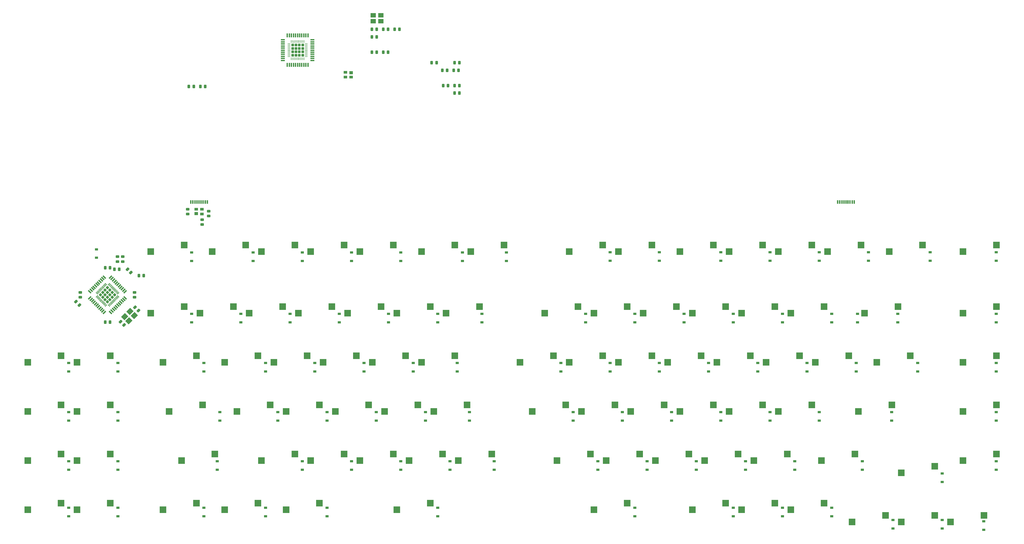
<source format=gbr>
%TF.GenerationSoftware,KiCad,Pcbnew,(5.99.0-12118-g897269f33f)*%
%TF.CreationDate,2021-09-12T17:19:33-04:00*%
%TF.ProjectId,dadboard,64616462-6f61-4726-942e-6b696361645f,rev?*%
%TF.SameCoordinates,Original*%
%TF.FileFunction,Paste,Bot*%
%TF.FilePolarity,Positive*%
%FSLAX46Y46*%
G04 Gerber Fmt 4.6, Leading zero omitted, Abs format (unit mm)*
G04 Created by KiCad (PCBNEW (5.99.0-12118-g897269f33f)) date 2021-09-12 17:19:33*
%MOMM*%
%LPD*%
G01*
G04 APERTURE LIST*
G04 Aperture macros list*
%AMRoundRect*
0 Rectangle with rounded corners*
0 $1 Rounding radius*
0 $2 $3 $4 $5 $6 $7 $8 $9 X,Y pos of 4 corners*
0 Add a 4 corners polygon primitive as box body*
4,1,4,$2,$3,$4,$5,$6,$7,$8,$9,$2,$3,0*
0 Add four circle primitives for the rounded corners*
1,1,$1+$1,$2,$3*
1,1,$1+$1,$4,$5*
1,1,$1+$1,$6,$7*
1,1,$1+$1,$8,$9*
0 Add four rect primitives between the rounded corners*
20,1,$1+$1,$2,$3,$4,$5,0*
20,1,$1+$1,$4,$5,$6,$7,0*
20,1,$1+$1,$6,$7,$8,$9,0*
20,1,$1+$1,$8,$9,$2,$3,0*%
%AMRotRect*
0 Rectangle, with rotation*
0 The origin of the aperture is its center*
0 $1 length*
0 $2 width*
0 $3 Rotation angle, in degrees counterclockwise*
0 Add horizontal line*
21,1,$1,$2,0,0,$3*%
G04 Aperture macros list end*
%ADD10R,2.550000X2.500000*%
%ADD11R,1.200000X0.900000*%
%ADD12RoundRect,0.243750X0.243750X0.456250X-0.243750X0.456250X-0.243750X-0.456250X0.243750X-0.456250X0*%
%ADD13RoundRect,0.250000X0.000000X0.388909X-0.388909X0.000000X0.000000X-0.388909X0.388909X0.000000X0*%
%ADD14RotRect,1.500000X0.550000X225.000000*%
%ADD15RoundRect,0.062500X0.291682X0.380070X-0.380070X-0.291682X-0.291682X-0.380070X0.380070X0.291682X0*%
%ADD16RotRect,1.500000X0.550000X135.000000*%
%ADD17RoundRect,0.062500X-0.291682X0.380070X-0.380070X0.291682X0.291682X-0.380070X0.380070X-0.291682X0*%
%ADD18R,1.400000X1.200000*%
%ADD19R,1.400000X1.000000*%
%ADD20RoundRect,0.243750X-0.243750X-0.456250X0.243750X-0.456250X0.243750X0.456250X-0.243750X0.456250X0*%
%ADD21RoundRect,0.243750X-0.456250X0.243750X-0.456250X-0.243750X0.456250X-0.243750X0.456250X0.243750X0*%
%ADD22RoundRect,0.250000X0.275000X0.275000X-0.275000X0.275000X-0.275000X-0.275000X0.275000X-0.275000X0*%
%ADD23RoundRect,0.062500X0.475000X0.062500X-0.475000X0.062500X-0.475000X-0.062500X0.475000X-0.062500X0*%
%ADD24R,1.500000X0.550000*%
%ADD25RoundRect,0.062500X0.062500X0.475000X-0.062500X0.475000X-0.062500X-0.475000X0.062500X-0.475000X0*%
%ADD26R,0.550000X1.500000*%
%ADD27R,0.600000X1.450000*%
%ADD28R,0.300000X1.450000*%
%ADD29RoundRect,0.243750X-0.494975X-0.150260X-0.150260X-0.494975X0.494975X0.150260X0.150260X0.494975X0*%
%ADD30R,2.100000X1.800000*%
%ADD31RotRect,2.100000X1.800000X225.000000*%
%ADD32RoundRect,0.243750X0.456250X-0.243750X0.456250X0.243750X-0.456250X0.243750X-0.456250X-0.243750X0*%
%ADD33RoundRect,0.243750X0.494975X0.150260X0.150260X0.494975X-0.494975X-0.150260X-0.150260X-0.494975X0*%
G04 APERTURE END LIST*
D10*
%TO.C,MX128*%
X63485700Y-14452600D03*
X50558700Y-16992600D03*
%TD*%
%TO.C,MX91*%
X-22239300Y4597400D03*
X-35166300Y2057400D03*
%TD*%
%TO.C,MX56*%
X144499000Y23622000D03*
X131572000Y21082000D03*
%TD*%
%TO.C,MX127*%
X44435700Y-14452600D03*
X31508700Y-16992600D03*
%TD*%
%TO.C,MX183*%
X-55576800Y-52552600D03*
X-68503800Y-55092600D03*
%TD*%
%TO.C,MX155*%
X-55576800Y-33502600D03*
X-68503800Y-36042600D03*
%TD*%
%TO.C,MX82*%
X154024000Y4572000D03*
X141097000Y2032000D03*
%TD*%
%TO.C,MX22*%
X96823200Y47459900D03*
X83896200Y44919900D03*
%TD*%
%TO.C,MX58*%
X182599000Y23622000D03*
X169672000Y21082000D03*
%TD*%
%TO.C,MX151*%
X232605250Y-33528000D03*
X219678250Y-36068000D03*
%TD*%
%TO.C,MX185*%
X1573200Y-52552600D03*
X-11353800Y-55092600D03*
%TD*%
%TO.C,MX153*%
X287374000Y-33528000D03*
X274447000Y-36068000D03*
%TD*%
%TO.C,MX148*%
X168311500Y-33528000D03*
X155384500Y-36068000D03*
%TD*%
%TO.C,MX84*%
X192124000Y4572000D03*
X179197000Y2032000D03*
%TD*%
%TO.C,MX161*%
X92060700Y-33502600D03*
X79133700Y-36042600D03*
%TD*%
%TO.C,MX86*%
X230224000Y4572000D03*
X217297000Y2032000D03*
%TD*%
%TO.C,MX114*%
X120686500Y-14478000D03*
X107759500Y-17018000D03*
%TD*%
%TO.C,MX88*%
X287374000Y4572000D03*
X274447000Y2032000D03*
%TD*%
%TO.C,MX147*%
X149261500Y-33528000D03*
X136334500Y-36068000D03*
%TD*%
%TO.C,MX118*%
X196886500Y-14478000D03*
X183959500Y-17018000D03*
%TD*%
%TO.C,MX89*%
X-74626800Y4597400D03*
X-87553800Y2057400D03*
%TD*%
%TO.C,MX178*%
X220699000Y-52578000D03*
X207772000Y-55118000D03*
%TD*%
%TO.C,MX19*%
X34910700Y47459900D03*
X21983700Y44919900D03*
%TD*%
%TO.C,MX146*%
X130211500Y-33528000D03*
X117284500Y-36068000D03*
%TD*%
%TO.C,MX16*%
X-27001800Y47459900D03*
X-39928800Y44919900D03*
%TD*%
%TO.C,MX158*%
X34910700Y-33502600D03*
X21983700Y-36042600D03*
%TD*%
%TO.C,MX116*%
X158786500Y-14478000D03*
X145859500Y-17018000D03*
%TD*%
%TO.C,MX154*%
X-74626800Y-33502600D03*
X-87553800Y-36042600D03*
%TD*%
%TO.C,MX26*%
X196886500Y47498000D03*
X183959500Y44958000D03*
%TD*%
%TO.C,MX20*%
X53960700Y47459900D03*
X41033700Y44919900D03*
%TD*%
%TO.C,MX159*%
X53960700Y-33502600D03*
X41033700Y-36042600D03*
%TD*%
%TO.C,MX182*%
X-74626800Y-52552600D03*
X-87553800Y-55092600D03*
%TD*%
%TO.C,MX152*%
X263498000Y-38277800D03*
X250571000Y-40817800D03*
%TD*%
%TO.C,MX61*%
X249274000Y23622000D03*
X236347000Y21082000D03*
%TD*%
%TO.C,MX121*%
X287374000Y-14478000D03*
X274447000Y-17018000D03*
%TD*%
%TO.C,MX120*%
X246892750Y-14478000D03*
X233965750Y-17018000D03*
%TD*%
%TO.C,MX80*%
X115924000Y4572000D03*
X102997000Y2032000D03*
%TD*%
%TO.C,MX85*%
X211174000Y4572000D03*
X198247000Y2032000D03*
%TD*%
%TO.C,MX160*%
X73010700Y-33502600D03*
X60083700Y-36042600D03*
%TD*%
%TO.C,MX175*%
X144499000Y-52578000D03*
X131572000Y-55118000D03*
%TD*%
%TO.C,MX23*%
X134974000Y47498000D03*
X122047000Y44958000D03*
%TD*%
%TO.C,MX18*%
X15860700Y47459900D03*
X2933700Y44919900D03*
%TD*%
%TO.C,MX93*%
X20623200Y4597400D03*
X7696200Y2057400D03*
%TD*%
%TO.C,MX119*%
X215936500Y-14478000D03*
X203009500Y-17018000D03*
%TD*%
%TO.C,MX60*%
X220699000Y23622000D03*
X207772000Y21082000D03*
%TD*%
%TO.C,MX124*%
X-19858050Y-14452600D03*
X-32785050Y-16992600D03*
%TD*%
%TO.C,MX81*%
X134974000Y4572000D03*
X122047000Y2032000D03*
%TD*%
%TO.C,MX62*%
X287374000Y23622000D03*
X274447000Y21082000D03*
%TD*%
%TO.C,MX186*%
X25385700Y-52552600D03*
X12458700Y-55092600D03*
%TD*%
%TO.C,MX126*%
X25385700Y-14452600D03*
X12458700Y-16992600D03*
%TD*%
%TO.C,MX29*%
X258799000Y47498000D03*
X245872000Y44958000D03*
%TD*%
%TO.C,MX187*%
X68248200Y-52552600D03*
X55321200Y-55092600D03*
%TD*%
%TO.C,MX122*%
X-74626800Y-14452600D03*
X-87553800Y-16992600D03*
%TD*%
%TO.C,MX55*%
X125449000Y23622000D03*
X112522000Y21082000D03*
%TD*%
%TO.C,MX24*%
X154024000Y47498000D03*
X141097000Y44958000D03*
%TD*%
%TO.C,MX96*%
X77773200Y4597400D03*
X64846200Y2057400D03*
%TD*%
%TO.C,MX83*%
X173074000Y4572000D03*
X160147000Y2032000D03*
%TD*%
%TO.C,MX123*%
X-55576800Y-14452600D03*
X-68503800Y-16992600D03*
%TD*%
%TO.C,MX90*%
X-55576800Y4597400D03*
X-68503800Y2057400D03*
%TD*%
%TO.C,MX50*%
X11098200Y23647400D03*
X-1828800Y21107400D03*
%TD*%
%TO.C,MX30*%
X287374000Y47498000D03*
X274447000Y44958000D03*
%TD*%
%TO.C,MX129*%
X82535700Y-14452600D03*
X69608700Y-16992600D03*
%TD*%
%TO.C,MX51*%
X30148200Y23647400D03*
X17221200Y21107400D03*
%TD*%
%TO.C,MX177*%
X201649000Y-52578000D03*
X188722000Y-55118000D03*
%TD*%
%TO.C,MX95*%
X58723200Y4597400D03*
X45796200Y2057400D03*
%TD*%
%TO.C,MX184*%
X-22239300Y-52552600D03*
X-35166300Y-55092600D03*
%TD*%
%TO.C,MX59*%
X201649000Y23622000D03*
X188722000Y21082000D03*
%TD*%
%TO.C,MX17*%
X-3189300Y47459900D03*
X-16116300Y44919900D03*
%TD*%
%TO.C,MX117*%
X177836500Y-14478000D03*
X164909500Y-17018000D03*
%TD*%
%TO.C,MX94*%
X39673200Y4597400D03*
X26746200Y2057400D03*
%TD*%
%TO.C,MX115*%
X139736500Y-14478000D03*
X126809500Y-17018000D03*
%TD*%
%TO.C,MX87*%
X254036500Y4572000D03*
X241109500Y2032000D03*
%TD*%
%TO.C,MX53*%
X68248200Y23647400D03*
X55321200Y21107400D03*
%TD*%
%TO.C,MX156*%
X-15095550Y-33502600D03*
X-28022550Y-36042600D03*
%TD*%
%TO.C,MX25*%
X177836500Y47498000D03*
X164909500Y44958000D03*
%TD*%
%TO.C,MX150*%
X206411500Y-33528000D03*
X193484500Y-36068000D03*
%TD*%
%TO.C,MX149*%
X187361500Y-33528000D03*
X174434500Y-36068000D03*
%TD*%
%TO.C,MX157*%
X15860700Y-33502600D03*
X2933700Y-36042600D03*
%TD*%
%TO.C,MX48*%
X-27001800Y23647400D03*
X-39928800Y21107400D03*
%TD*%
%TO.C,MX54*%
X87298200Y23647400D03*
X74371200Y21107400D03*
%TD*%
%TO.C,MX181*%
X282548000Y-57327800D03*
X269621000Y-59867800D03*
%TD*%
%TO.C,MX52*%
X49198200Y23647400D03*
X36271200Y21107400D03*
%TD*%
%TO.C,MX27*%
X215936500Y47498000D03*
X203009500Y44958000D03*
%TD*%
%TO.C,MX57*%
X163549000Y23622000D03*
X150622000Y21082000D03*
%TD*%
%TO.C,MX176*%
X182599000Y-52578000D03*
X169672000Y-55118000D03*
%TD*%
%TO.C,MX28*%
X234986500Y47498000D03*
X222059500Y44958000D03*
%TD*%
%TO.C,MX92*%
X1573200Y4597400D03*
X-11353800Y2057400D03*
%TD*%
%TO.C,MX180*%
X263498000Y-57327800D03*
X250571000Y-59867800D03*
%TD*%
%TO.C,MX125*%
X6335700Y-14452600D03*
X-6591300Y-16992600D03*
%TD*%
%TO.C,MX49*%
X-7951800Y23647400D03*
X-20878800Y21107400D03*
%TD*%
%TO.C,MX21*%
X77773200Y47459900D03*
X64846200Y44919900D03*
%TD*%
%TO.C,MX179*%
X244448000Y-57327800D03*
X231521000Y-59867800D03*
%TD*%
D11*
%TO.C,D31*%
X233664000Y17512000D03*
X233664000Y20812000D03*
%TD*%
%TO.C,D16*%
X-60960000Y42546000D03*
X-60960000Y45846000D03*
%TD*%
%TO.C,D9*%
X156939000Y41388000D03*
X156939000Y44688000D03*
%TD*%
D12*
%TO.C,R12*%
X75105500Y109347000D03*
X73230500Y109347000D03*
%TD*%
D11*
%TO.C,D24*%
X88213200Y17537400D03*
X88213200Y20837400D03*
%TD*%
D13*
%TO.C,U3*%
X-55753000Y30049162D03*
X-56672239Y29129923D03*
X-58510717Y27291445D03*
X-56672239Y30968401D03*
X-57591478Y30049162D03*
X-57591478Y26372206D03*
X-55753000Y26372206D03*
X-53914523Y28210684D03*
X-58510717Y29129923D03*
X-54833761Y27291445D03*
X-56672239Y27291445D03*
X-57591478Y28210684D03*
X-56672239Y25452968D03*
X-55753000Y28210684D03*
X-54833761Y29129923D03*
X-59429956Y28210684D03*
D14*
X-55470158Y35069620D03*
D15*
X-56080037Y32338420D03*
X-55726484Y31984867D03*
D14*
X-54904472Y34503934D03*
D15*
X-55372930Y31631313D03*
D14*
X-54338787Y33938249D03*
D15*
X-55019377Y31277760D03*
D14*
X-53773101Y33372564D03*
X-53207416Y32806878D03*
D15*
X-54665824Y30924206D03*
X-54312270Y30570653D03*
D14*
X-52641730Y32241193D03*
D15*
X-53958717Y30217100D03*
D14*
X-52076045Y31675507D03*
D15*
X-53605163Y29863546D03*
D14*
X-51510360Y31109822D03*
X-50944674Y30544136D03*
D15*
X-53251610Y29509993D03*
D14*
X-50378989Y29978451D03*
D15*
X-52898057Y29156439D03*
X-52544503Y28802886D03*
D14*
X-49813303Y29412766D03*
D16*
X-49813303Y27008603D03*
D17*
X-52544503Y27618482D03*
X-52898057Y27264929D03*
D16*
X-50378989Y26442917D03*
D17*
X-53251610Y26911375D03*
D16*
X-50944674Y25877232D03*
X-51510360Y25311546D03*
D17*
X-53605163Y26557822D03*
X-53958717Y26204269D03*
D16*
X-52076045Y24745861D03*
X-52641730Y24180175D03*
D17*
X-54312270Y25850715D03*
D16*
X-53207416Y23614490D03*
D17*
X-54665824Y25497162D03*
X-55019377Y25143608D03*
D16*
X-53773101Y23048805D03*
D17*
X-55372930Y24790055D03*
D16*
X-54338787Y22483119D03*
X-54904472Y21917434D03*
D17*
X-55726484Y24436502D03*
D16*
X-55470158Y21351748D03*
D17*
X-56080037Y24082948D03*
D15*
X-57264441Y24082948D03*
D14*
X-57874321Y21351748D03*
D15*
X-57617994Y24436502D03*
D14*
X-58440006Y21917434D03*
X-59005691Y22483119D03*
D15*
X-57971548Y24790055D03*
D14*
X-59571377Y23048805D03*
D15*
X-58325101Y25143608D03*
X-58678655Y25497162D03*
D14*
X-60137062Y23614490D03*
X-60702748Y24180175D03*
D15*
X-59032208Y25850715D03*
D14*
X-61268433Y24745861D03*
D15*
X-59385761Y26204269D03*
X-59739315Y26557822D03*
D14*
X-61834119Y25311546D03*
X-62399804Y25877232D03*
D15*
X-60092868Y26911375D03*
D14*
X-62965489Y26442917D03*
D15*
X-60446422Y27264929D03*
D14*
X-63531175Y27008603D03*
D15*
X-60799975Y27618482D03*
D16*
X-63531175Y29412766D03*
D17*
X-60799975Y28802886D03*
X-60446422Y29156439D03*
D16*
X-62965489Y29978451D03*
X-62399804Y30544136D03*
D17*
X-60067766Y29484891D03*
D16*
X-61834119Y31109822D03*
D17*
X-59739315Y29863546D03*
D16*
X-61268433Y31675507D03*
D17*
X-59385761Y30217100D03*
X-59032208Y30570653D03*
D16*
X-60702748Y32241193D03*
D17*
X-58678655Y30924206D03*
D16*
X-60137062Y32806878D03*
D17*
X-58325101Y31277760D03*
D16*
X-59571377Y33372564D03*
X-59005691Y33938249D03*
D17*
X-57971548Y31631313D03*
X-57617994Y31984867D03*
D16*
X-58440006Y34503934D03*
X-57874321Y35069620D03*
D17*
X-57264441Y32338420D03*
%TD*%
D11*
%TO.C,D22*%
X52113200Y17537400D03*
X52113200Y20837400D03*
%TD*%
%TO.C,D6*%
X80688200Y41349900D03*
X80688200Y44649900D03*
%TD*%
%TO.C,D44*%
X-52661800Y-1512600D03*
X-52661800Y1787400D03*
%TD*%
D18*
%TO.C,D17*%
X-22309000Y59682000D03*
D19*
X-22309000Y61402000D03*
X-20109000Y61402000D03*
X-20109000Y59502000D03*
%TD*%
D11*
%TO.C,D82*%
X92975700Y-39612600D03*
X92975700Y-36312600D03*
%TD*%
%TO.C,D95*%
X28300700Y-57662600D03*
X28300700Y-54362600D03*
%TD*%
D12*
%TO.C,C18*%
X56366500Y131151000D03*
X54491500Y131151000D03*
%TD*%
%TO.C,R5*%
X70695500Y118197000D03*
X68820500Y118197000D03*
%TD*%
D11*
%TO.C,D87*%
X223614000Y-57688000D03*
X223614000Y-54388000D03*
%TD*%
%TO.C,D94*%
X4488200Y-57662600D03*
X4488200Y-54362600D03*
%TD*%
%TO.C,D25*%
X128364000Y17512000D03*
X128364000Y20812000D03*
%TD*%
%TO.C,D84*%
X147414000Y-57688000D03*
X147414000Y-54388000D03*
%TD*%
%TO.C,D56*%
X218851500Y-20588000D03*
X218851500Y-17288000D03*
%TD*%
D18*
%TO.C,D83*%
X37606104Y114308000D03*
D19*
X37606104Y112588000D03*
X35406104Y112588000D03*
X35406104Y114488000D03*
%TD*%
D11*
%TO.C,D79*%
X37825700Y-39612600D03*
X37825700Y-36312600D03*
%TD*%
D20*
%TO.C,C9*%
X-57579500Y17653000D03*
X-55704500Y17653000D03*
%TD*%
D11*
%TO.C,D47*%
X23538200Y-1512600D03*
X23538200Y1787400D03*
%TD*%
%TO.C,D30*%
X223614000Y17512000D03*
X223614000Y20812000D03*
%TD*%
%TO.C,D63*%
X28300700Y-20562600D03*
X28300700Y-17262600D03*
%TD*%
%TO.C,D89*%
X266413000Y-62437800D03*
X266413000Y-59137800D03*
%TD*%
%TO.C,D27*%
X166464000Y17512000D03*
X166464000Y20812000D03*
%TD*%
%TO.C,D49*%
X61638200Y-1512600D03*
X61638200Y1787400D03*
%TD*%
%TO.C,D33*%
X287289000Y17512000D03*
X287289000Y20812000D03*
%TD*%
D12*
%TO.C,R6*%
X79205500Y115247000D03*
X77330500Y115247000D03*
%TD*%
D11*
%TO.C,D96*%
X71163200Y-57662600D03*
X71163200Y-54362600D03*
%TD*%
%TO.C,D50*%
X78688200Y-1512600D03*
X78688200Y1787400D03*
%TD*%
%TO.C,D45*%
X-19324300Y-1512600D03*
X-19324300Y1787400D03*
%TD*%
D21*
%TO.C,R9*%
X-52832000Y42974500D03*
X-52832000Y41099500D03*
%TD*%
%TO.C,C12*%
X-46228000Y29131500D03*
X-46228000Y27256500D03*
%TD*%
D11*
%TO.C,D3*%
X18775700Y41349900D03*
X18775700Y44649900D03*
%TD*%
%TO.C,D51*%
X123601500Y-20588000D03*
X123601500Y-17288000D03*
%TD*%
%TO.C,D7*%
X97738200Y41349900D03*
X97738200Y44649900D03*
%TD*%
D22*
%TO.C,U4*%
X17578904Y125013000D03*
X18878904Y122413000D03*
X14978904Y122413000D03*
X17578904Y121113000D03*
X17578904Y122413000D03*
X18878904Y123713000D03*
X16278904Y121113000D03*
X16278904Y125013000D03*
X14978904Y121113000D03*
X16278904Y122413000D03*
X14978904Y123713000D03*
X18878904Y121113000D03*
X14978904Y125013000D03*
X16278904Y123713000D03*
X17578904Y123713000D03*
X18878904Y125013000D03*
D23*
X20266404Y125563000D03*
D24*
X22628904Y127063000D03*
D23*
X20266404Y125063000D03*
D24*
X22628904Y126263000D03*
D23*
X20266404Y124563000D03*
D24*
X22628904Y125463000D03*
X22628904Y124663000D03*
D23*
X20266404Y124063000D03*
X20266404Y123563000D03*
D24*
X22628904Y123863000D03*
D23*
X20266404Y123063000D03*
D24*
X22628904Y123063000D03*
X22628904Y122263000D03*
D23*
X20266404Y122563000D03*
X20266404Y122063000D03*
D24*
X22628904Y121463000D03*
D23*
X20266404Y121563000D03*
D24*
X22628904Y120663000D03*
D23*
X20266404Y121063000D03*
D24*
X22628904Y119863000D03*
X22628904Y119063000D03*
D23*
X20266404Y120563000D03*
D25*
X19428904Y119725500D03*
D26*
X20928904Y117363000D03*
D25*
X18928904Y119725500D03*
D26*
X20128904Y117363000D03*
X19328904Y117363000D03*
D25*
X18428904Y119725500D03*
X17928904Y119725500D03*
D26*
X18528904Y117363000D03*
X17728904Y117363000D03*
D25*
X17428904Y119725500D03*
D26*
X16928904Y117363000D03*
D25*
X16928904Y119725500D03*
D26*
X16128904Y117363000D03*
D25*
X16428904Y119725500D03*
X15928904Y119725500D03*
D26*
X15328904Y117363000D03*
X14528904Y117363000D03*
D25*
X15428904Y119725500D03*
X14928904Y119725500D03*
D26*
X13728904Y117363000D03*
D25*
X14428904Y119725500D03*
D26*
X12928904Y117363000D03*
D24*
X11228904Y119063000D03*
D23*
X13591404Y120563000D03*
D24*
X11228904Y119863000D03*
D23*
X13591404Y121063000D03*
X13591404Y121563000D03*
D24*
X11228904Y120663000D03*
X11228904Y121463000D03*
D23*
X13591404Y122063000D03*
D24*
X11228904Y122263000D03*
D23*
X13591404Y122563000D03*
D24*
X11228904Y123063000D03*
D23*
X13591404Y123063000D03*
D24*
X11228904Y123863000D03*
D23*
X13591404Y123563000D03*
X13591404Y124063000D03*
D24*
X11228904Y124663000D03*
D23*
X13591404Y124563000D03*
D24*
X11228904Y125463000D03*
X11228904Y126263000D03*
D23*
X13591404Y125063000D03*
D24*
X11228904Y127063000D03*
D23*
X13591404Y125563000D03*
D25*
X14428904Y126400500D03*
D26*
X12928904Y128763000D03*
D25*
X14928904Y126400500D03*
D26*
X13728904Y128763000D03*
D25*
X15428904Y126365000D03*
D26*
X14528904Y128763000D03*
X15328904Y128763000D03*
D25*
X15928904Y126400500D03*
D26*
X16128904Y128763000D03*
D25*
X16428904Y126400500D03*
D26*
X16928904Y128763000D03*
D25*
X16928904Y126400500D03*
X17428904Y126400500D03*
D26*
X17728904Y128763000D03*
X18528904Y128763000D03*
D25*
X17928904Y126400500D03*
X18428904Y126400500D03*
D26*
X19328904Y128763000D03*
D25*
X18928904Y126400500D03*
D26*
X20128904Y128763000D03*
X20928904Y128763000D03*
D25*
X19428904Y126400500D03*
%TD*%
D11*
%TO.C,D62*%
X9250700Y-20562600D03*
X9250700Y-17262600D03*
%TD*%
%TO.C,D59*%
X-71711800Y-20562600D03*
X-71711800Y-17262600D03*
%TD*%
%TO.C,D12*%
X218851500Y41388000D03*
X218851500Y44688000D03*
%TD*%
D21*
%TO.C,R10*%
X-50805000Y42974500D03*
X-50805000Y41099500D03*
%TD*%
D11*
%TO.C,D10*%
X180751500Y41388000D03*
X180751500Y44688000D03*
%TD*%
%TO.C,D71*%
X209326500Y-39638000D03*
X209326500Y-36338000D03*
%TD*%
%TO.C,D23*%
X71163200Y17537400D03*
X71163200Y20837400D03*
%TD*%
%TO.C,D11*%
X199801500Y41388000D03*
X199801500Y44688000D03*
%TD*%
%TO.C,D81*%
X75925700Y-39612600D03*
X75925700Y-36312600D03*
%TD*%
%TO.C,D68*%
X152176500Y-39638000D03*
X152176500Y-36338000D03*
%TD*%
%TO.C,D43*%
X-71711800Y-1512600D03*
X-71711800Y1787400D03*
%TD*%
D27*
%TO.C,USB1*%
X-24434000Y64187000D03*
X-23659000Y64187000D03*
D28*
X-22959000Y64187000D03*
X-22459000Y64187000D03*
X-21959000Y64187000D03*
X-21459000Y64187000D03*
X-20959000Y64187000D03*
X-20459000Y64187000D03*
X-19959000Y64187000D03*
X-19459000Y64187000D03*
D27*
X-18759000Y64187000D03*
X-17984000Y64187000D03*
%TD*%
D11*
%TO.C,D66*%
X83450700Y-20562600D03*
X83450700Y-17262600D03*
%TD*%
%TO.C,D46*%
X4488200Y-1512600D03*
X4488200Y1787400D03*
%TD*%
%TO.C,D93*%
X-19324300Y-57662600D03*
X-19324300Y-54362600D03*
%TD*%
%TO.C,D57*%
X246807750Y-20588000D03*
X246807750Y-17288000D03*
%TD*%
%TO.C,D19*%
X-5036800Y17537400D03*
X-5036800Y20837400D03*
%TD*%
D29*
%TO.C,C7*%
X-48922913Y38127913D03*
X-47597087Y36802087D03*
%TD*%
D21*
%TO.C,R2*%
X-25654000Y61389500D03*
X-25654000Y59514500D03*
%TD*%
D11*
%TO.C,D91*%
X-71711800Y-57662600D03*
X-71711800Y-54362600D03*
%TD*%
%TO.C,D52*%
X142651500Y-20588000D03*
X142651500Y-17288000D03*
%TD*%
%TO.C,D88*%
X247363000Y-62437800D03*
X247363000Y-59137800D03*
%TD*%
D12*
%TO.C,C14*%
X79515500Y109347000D03*
X77640500Y109347000D03*
%TD*%
%TO.C,C10*%
X-55704500Y38735000D03*
X-57579500Y38735000D03*
%TD*%
D11*
%TO.C,D34*%
X118839000Y-1538000D03*
X118839000Y1762000D03*
%TD*%
%TO.C,D75*%
X-71711800Y-39612600D03*
X-71711800Y-36312600D03*
%TD*%
D27*
%TO.C,USB2*%
X225883000Y64187000D03*
X226658000Y64187000D03*
D28*
X227358000Y64187000D03*
X227858000Y64187000D03*
X228358000Y64187000D03*
X228858000Y64187000D03*
X229358000Y64187000D03*
X229858000Y64187000D03*
X230358000Y64187000D03*
X230858000Y64187000D03*
D27*
X231558000Y64187000D03*
X232333000Y64187000D03*
%TD*%
D11*
%TO.C,D53*%
X161701500Y-20588000D03*
X161701500Y-17288000D03*
%TD*%
%TO.C,D13*%
X237901500Y41388000D03*
X237901500Y44688000D03*
%TD*%
%TO.C,D60*%
X-52661800Y-20562600D03*
X-52661800Y-17262600D03*
%TD*%
%TO.C,D20*%
X14013200Y17537400D03*
X14013200Y20837400D03*
%TD*%
%TO.C,D29*%
X204564000Y17512000D03*
X204564000Y20812000D03*
%TD*%
%TO.C,D61*%
X-13180550Y-20562600D03*
X-13180550Y-17262600D03*
%TD*%
%TO.C,D48*%
X42588200Y-1512600D03*
X42588200Y1787400D03*
%TD*%
D12*
%TO.C,C17*%
X47546500Y122301000D03*
X45671500Y122301000D03*
%TD*%
D11*
%TO.C,D69*%
X171226500Y-39638000D03*
X171226500Y-36338000D03*
%TD*%
D30*
%TO.C,Y2*%
X49109000Y134301000D03*
X46209000Y134301000D03*
X46209000Y136601000D03*
X49109000Y136601000D03*
%TD*%
D11*
%TO.C,D65*%
X66400700Y-20562600D03*
X66400700Y-17262600D03*
%TD*%
D31*
%TO.C,Y1*%
X-46308077Y20151132D03*
X-48358687Y18100522D03*
X-49985033Y19726868D03*
X-47934423Y21777478D03*
%TD*%
D12*
%TO.C,R8*%
X79515500Y106397000D03*
X77640500Y106397000D03*
%TD*%
D11*
%TO.C,D14*%
X261714000Y41388000D03*
X261714000Y44688000D03*
%TD*%
%TO.C,D90*%
X282463000Y-62937800D03*
X282463000Y-59637800D03*
%TD*%
%TO.C,D72*%
X235520250Y-39638000D03*
X235520250Y-36338000D03*
%TD*%
%TO.C,D18*%
X-24086800Y17537400D03*
X-24086800Y20837400D03*
%TD*%
%TO.C,D80*%
X56875700Y-39612600D03*
X56875700Y-36312600D03*
%TD*%
%TO.C,D1*%
X-24086800Y41349900D03*
X-24086800Y44649900D03*
%TD*%
D12*
%TO.C,C2*%
X-18874500Y108959000D03*
X-20749500Y108959000D03*
%TD*%
D11*
%TO.C,D76*%
X-52661800Y-39612600D03*
X-52661800Y-36312600D03*
%TD*%
%TO.C,D35*%
X137889000Y-1538000D03*
X137889000Y1762000D03*
%TD*%
D12*
%TO.C,C15*%
X74795500Y115247000D03*
X72920500Y115247000D03*
%TD*%
D11*
%TO.C,D67*%
X133126500Y-39638000D03*
X133126500Y-36338000D03*
%TD*%
%TO.C,D4*%
X37825700Y41349900D03*
X37825700Y44649900D03*
%TD*%
%TO.C,D86*%
X204564000Y-57688000D03*
X204564000Y-54388000D03*
%TD*%
%TO.C,D8*%
X137889000Y41388000D03*
X137889000Y44688000D03*
%TD*%
D32*
%TO.C,C11*%
X-67183000Y27256500D03*
X-67183000Y29131500D03*
%TD*%
D11*
%TO.C,D32*%
X249189000Y17512000D03*
X249189000Y20812000D03*
%TD*%
%TO.C,D37*%
X175989000Y-1538000D03*
X175989000Y1762000D03*
%TD*%
D29*
%TO.C,C3*%
X-46015468Y23395913D03*
X-44689642Y22070087D03*
%TD*%
D11*
%TO.C,D74*%
X287289000Y-39638000D03*
X287289000Y-36338000D03*
%TD*%
D12*
%TO.C,C6*%
X51956500Y122301000D03*
X50081500Y122301000D03*
%TD*%
D21*
%TO.C,R3*%
X-17526000Y60627500D03*
X-17526000Y58752500D03*
%TD*%
D12*
%TO.C,R4*%
X-23284500Y108959000D03*
X-25159500Y108959000D03*
%TD*%
D33*
%TO.C,C5*%
X-50277642Y16482087D03*
X-51603468Y17807913D03*
%TD*%
D11*
%TO.C,D2*%
X-274300Y41349900D03*
X-274300Y44649900D03*
%TD*%
%TO.C,D55*%
X199801500Y-20588000D03*
X199801500Y-17288000D03*
%TD*%
%TO.C,D64*%
X47350700Y-20562600D03*
X47350700Y-17262600D03*
%TD*%
D12*
%TO.C,F2*%
X51956500Y131151000D03*
X50081500Y131151000D03*
%TD*%
D20*
%TO.C,C13*%
X-54023500Y38100000D03*
X-52148500Y38100000D03*
%TD*%
D21*
%TO.C,F1*%
X-20066000Y57325500D03*
X-20066000Y55450500D03*
%TD*%
D11*
%TO.C,D36*%
X156939000Y-1538000D03*
X156939000Y1762000D03*
%TD*%
%TO.C,D21*%
X33063200Y17537400D03*
X33063200Y20837400D03*
%TD*%
%TO.C,D92*%
X-52661800Y-57662600D03*
X-52661800Y-54362600D03*
%TD*%
D20*
%TO.C,R7*%
X-44498500Y35687000D03*
X-42623500Y35687000D03*
%TD*%
D11*
%TO.C,D54*%
X180751500Y-20588000D03*
X180751500Y-17288000D03*
%TD*%
%TO.C,D42*%
X287289000Y-1538000D03*
X287289000Y1762000D03*
%TD*%
%TO.C,D41*%
X256951500Y-1538000D03*
X256951500Y1762000D03*
%TD*%
%TO.C,D40*%
X233139000Y-1538000D03*
X233139000Y1762000D03*
%TD*%
D12*
%TO.C,C8*%
X47546500Y131151000D03*
X45671500Y131151000D03*
%TD*%
D11*
%TO.C,D73*%
X266413000Y-44387800D03*
X266413000Y-41087800D03*
%TD*%
%TO.C,D78*%
X18775700Y-39612600D03*
X18775700Y-36312600D03*
%TD*%
%TO.C,D39*%
X214089000Y-1538000D03*
X214089000Y1762000D03*
%TD*%
%TO.C,D58*%
X287289000Y-20588000D03*
X287289000Y-17288000D03*
%TD*%
D12*
%TO.C,C16*%
X47546500Y128201000D03*
X45671500Y128201000D03*
%TD*%
D11*
%TO.C,D5*%
X56875700Y41349900D03*
X56875700Y44649900D03*
%TD*%
%TO.C,D38*%
X195039000Y-1538000D03*
X195039000Y1762000D03*
%TD*%
%TO.C,D85*%
X185514000Y-57688000D03*
X185514000Y-54388000D03*
%TD*%
%TO.C,D70*%
X190276500Y-39638000D03*
X190276500Y-36338000D03*
%TD*%
%TO.C,D28*%
X185514000Y17512000D03*
X185514000Y20812000D03*
%TD*%
%TO.C,D77*%
X-14180550Y-39612600D03*
X-14180550Y-36312600D03*
%TD*%
D12*
%TO.C,C4*%
X79515500Y118197000D03*
X77640500Y118197000D03*
%TD*%
D11*
%TO.C,D26*%
X147414000Y17512000D03*
X147414000Y20812000D03*
%TD*%
D33*
%TO.C,R11*%
X-67536087Y24229087D03*
X-68861913Y25554913D03*
%TD*%
D11*
%TO.C,D15*%
X287289000Y41388000D03*
X287289000Y44688000D03*
%TD*%
M02*

</source>
